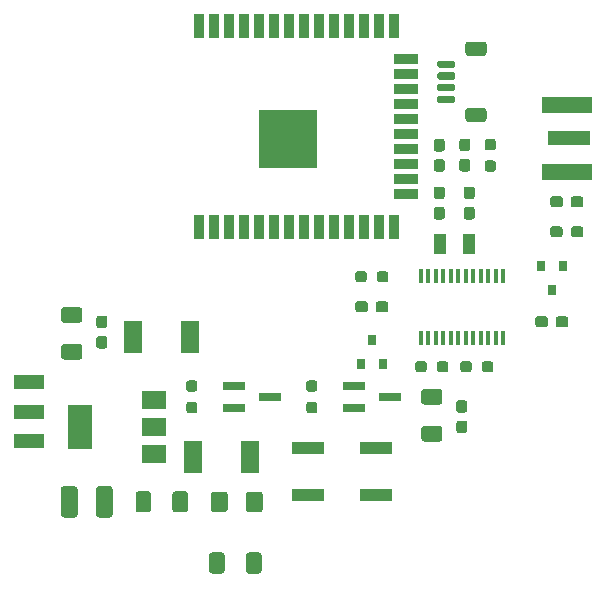
<source format=gtp>
%TF.GenerationSoftware,KiCad,Pcbnew,5.1.9+dfsg1-1*%
%TF.CreationDate,2021-06-01T22:56:34+02:00*%
%TF.ProjectId,SDR-RX,5344522d-5258-42e6-9b69-6361645f7063,rev?*%
%TF.SameCoordinates,Original*%
%TF.FileFunction,Paste,Top*%
%TF.FilePolarity,Positive*%
%FSLAX46Y46*%
G04 Gerber Fmt 4.6, Leading zero omitted, Abs format (unit mm)*
G04 Created by KiCad (PCBNEW 5.1.9+dfsg1-1) date 2021-06-01 22:56:34*
%MOMM*%
%LPD*%
G01*
G04 APERTURE LIST*
%ADD10R,2.500000X1.250000*%
%ADD11R,1.000000X1.800000*%
%ADD12R,2.000000X1.500000*%
%ADD13R,2.000000X3.800000*%
%ADD14R,0.900000X2.000000*%
%ADD15R,2.000000X0.900000*%
%ADD16R,5.000000X5.000000*%
%ADD17R,0.400000X1.200000*%
%ADD18R,2.750000X1.000000*%
%ADD19R,1.900000X0.800000*%
%ADD20R,3.600000X1.270000*%
%ADD21R,4.200000X1.350000*%
%ADD22R,1.500000X2.700000*%
%ADD23R,0.800000X0.900000*%
G04 APERTURE END LIST*
%TO.C,C4*%
G36*
G01*
X152567500Y-81755000D02*
X153042500Y-81755000D01*
G75*
G02*
X153280000Y-81992500I0J-237500D01*
G01*
X153280000Y-82592500D01*
G75*
G02*
X153042500Y-82830000I-237500J0D01*
G01*
X152567500Y-82830000D01*
G75*
G02*
X152330000Y-82592500I0J237500D01*
G01*
X152330000Y-81992500D01*
G75*
G02*
X152567500Y-81755000I237500J0D01*
G01*
G37*
G36*
G01*
X152567500Y-80030000D02*
X153042500Y-80030000D01*
G75*
G02*
X153280000Y-80267500I0J-237500D01*
G01*
X153280000Y-80867500D01*
G75*
G02*
X153042500Y-81105000I-237500J0D01*
G01*
X152567500Y-81105000D01*
G75*
G02*
X152330000Y-80867500I0J237500D01*
G01*
X152330000Y-80267500D01*
G75*
G02*
X152567500Y-80030000I237500J0D01*
G01*
G37*
%TD*%
%TO.C,GPS*%
G36*
G01*
X152719999Y-73370000D02*
X154020001Y-73370000D01*
G75*
G02*
X154270000Y-73619999I0J-249999D01*
G01*
X154270000Y-74320001D01*
G75*
G02*
X154020001Y-74570000I-249999J0D01*
G01*
X152719999Y-74570000D01*
G75*
G02*
X152470000Y-74320001I0J249999D01*
G01*
X152470000Y-73619999D01*
G75*
G02*
X152719999Y-73370000I249999J0D01*
G01*
G37*
G36*
G01*
X152719999Y-67770000D02*
X154020001Y-67770000D01*
G75*
G02*
X154270000Y-68019999I0J-249999D01*
G01*
X154270000Y-68720001D01*
G75*
G02*
X154020001Y-68970000I-249999J0D01*
G01*
X152719999Y-68970000D01*
G75*
G02*
X152470000Y-68720001I0J249999D01*
G01*
X152470000Y-68019999D01*
G75*
G02*
X152719999Y-67770000I249999J0D01*
G01*
G37*
G36*
G01*
X150220000Y-72370000D02*
X151470000Y-72370000D01*
G75*
G02*
X151620000Y-72520000I0J-150000D01*
G01*
X151620000Y-72820000D01*
G75*
G02*
X151470000Y-72970000I-150000J0D01*
G01*
X150220000Y-72970000D01*
G75*
G02*
X150070000Y-72820000I0J150000D01*
G01*
X150070000Y-72520000D01*
G75*
G02*
X150220000Y-72370000I150000J0D01*
G01*
G37*
G36*
G01*
X150220000Y-71370000D02*
X151470000Y-71370000D01*
G75*
G02*
X151620000Y-71520000I0J-150000D01*
G01*
X151620000Y-71820000D01*
G75*
G02*
X151470000Y-71970000I-150000J0D01*
G01*
X150220000Y-71970000D01*
G75*
G02*
X150070000Y-71820000I0J150000D01*
G01*
X150070000Y-71520000D01*
G75*
G02*
X150220000Y-71370000I150000J0D01*
G01*
G37*
G36*
G01*
X150220000Y-70370000D02*
X151470000Y-70370000D01*
G75*
G02*
X151620000Y-70520000I0J-150000D01*
G01*
X151620000Y-70820000D01*
G75*
G02*
X151470000Y-70970000I-150000J0D01*
G01*
X150220000Y-70970000D01*
G75*
G02*
X150070000Y-70820000I0J150000D01*
G01*
X150070000Y-70520000D01*
G75*
G02*
X150220000Y-70370000I150000J0D01*
G01*
G37*
G36*
G01*
X150220000Y-69370000D02*
X151470000Y-69370000D01*
G75*
G02*
X151620000Y-69520000I0J-150000D01*
G01*
X151620000Y-69820000D01*
G75*
G02*
X151470000Y-69970000I-150000J0D01*
G01*
X150220000Y-69970000D01*
G75*
G02*
X150070000Y-69820000I0J150000D01*
G01*
X150070000Y-69520000D01*
G75*
G02*
X150220000Y-69370000I150000J0D01*
G01*
G37*
%TD*%
D10*
%TO.C,sel. 3V3 *%
X115550000Y-101610000D03*
X115550000Y-99110000D03*
X115550000Y-96610000D03*
%TD*%
D11*
%TO.C,Y1*%
X152785000Y-84859000D03*
X150285000Y-84859000D03*
%TD*%
D12*
%TO.C,U3*%
X126110000Y-102680000D03*
X126110000Y-98080000D03*
X126110000Y-100380000D03*
D13*
X119810000Y-100380000D03*
%TD*%
D14*
%TO.C,U2*%
X129945000Y-66480000D03*
X131215000Y-66480000D03*
X132485000Y-66480000D03*
X133755000Y-66480000D03*
X135025000Y-66480000D03*
X136295000Y-66480000D03*
X137565000Y-66480000D03*
X138835000Y-66480000D03*
X140105000Y-66480000D03*
X141375000Y-66480000D03*
X142645000Y-66480000D03*
X143915000Y-66480000D03*
X145185000Y-66480000D03*
X146455000Y-66480000D03*
D15*
X147455000Y-69265000D03*
X147455000Y-70535000D03*
X147455000Y-71805000D03*
X147455000Y-73075000D03*
X147455000Y-74345000D03*
X147455000Y-75615000D03*
X147455000Y-76885000D03*
X147455000Y-78155000D03*
X147455000Y-79425000D03*
X147455000Y-80695000D03*
D14*
X146455000Y-83480000D03*
X145185000Y-83480000D03*
X143915000Y-83480000D03*
X142645000Y-83480000D03*
X141375000Y-83480000D03*
X140105000Y-83480000D03*
X138835000Y-83480000D03*
X137565000Y-83480000D03*
X136295000Y-83480000D03*
X135025000Y-83480000D03*
X133755000Y-83480000D03*
X132485000Y-83480000D03*
X131215000Y-83480000D03*
X129945000Y-83480000D03*
D16*
X137445000Y-75980000D03*
%TD*%
D17*
%TO.C,U1*%
X148677500Y-87620000D03*
X149312500Y-87620000D03*
X149947500Y-87620000D03*
X150582500Y-87620000D03*
X151217500Y-87620000D03*
X151852500Y-87620000D03*
X152487500Y-87620000D03*
X153122500Y-87620000D03*
X153757500Y-87620000D03*
X154392500Y-87620000D03*
X155027500Y-87620000D03*
X155662500Y-87620000D03*
X155662500Y-92820000D03*
X155027500Y-92820000D03*
X154392500Y-92820000D03*
X153757500Y-92820000D03*
X153122500Y-92820000D03*
X152487500Y-92820000D03*
X151852500Y-92820000D03*
X151217500Y-92820000D03*
X150582500Y-92820000D03*
X149947500Y-92820000D03*
X149312500Y-92820000D03*
X148677500Y-92820000D03*
%TD*%
D18*
%TO.C,Reset ESP*%
X144885000Y-102190000D03*
X139135000Y-102190000D03*
X139135000Y-106190000D03*
X144885000Y-106190000D03*
%TD*%
%TO.C,R6*%
G36*
G01*
X154345500Y-77818000D02*
X154820500Y-77818000D01*
G75*
G02*
X155058000Y-78055500I0J-237500D01*
G01*
X155058000Y-78555500D01*
G75*
G02*
X154820500Y-78793000I-237500J0D01*
G01*
X154345500Y-78793000D01*
G75*
G02*
X154108000Y-78555500I0J237500D01*
G01*
X154108000Y-78055500D01*
G75*
G02*
X154345500Y-77818000I237500J0D01*
G01*
G37*
G36*
G01*
X154345500Y-75993000D02*
X154820500Y-75993000D01*
G75*
G02*
X155058000Y-76230500I0J-237500D01*
G01*
X155058000Y-76730500D01*
G75*
G02*
X154820500Y-76968000I-237500J0D01*
G01*
X154345500Y-76968000D01*
G75*
G02*
X154108000Y-76730500I0J237500D01*
G01*
X154108000Y-76230500D01*
G75*
G02*
X154345500Y-75993000I237500J0D01*
G01*
G37*
%TD*%
%TO.C,R5*%
G36*
G01*
X153865000Y-95537500D02*
X153865000Y-95062500D01*
G75*
G02*
X154102500Y-94825000I237500J0D01*
G01*
X154602500Y-94825000D01*
G75*
G02*
X154840000Y-95062500I0J-237500D01*
G01*
X154840000Y-95537500D01*
G75*
G02*
X154602500Y-95775000I-237500J0D01*
G01*
X154102500Y-95775000D01*
G75*
G02*
X153865000Y-95537500I0J237500D01*
G01*
G37*
G36*
G01*
X152040000Y-95537500D02*
X152040000Y-95062500D01*
G75*
G02*
X152277500Y-94825000I237500J0D01*
G01*
X152777500Y-94825000D01*
G75*
G02*
X153015000Y-95062500I0J-237500D01*
G01*
X153015000Y-95537500D01*
G75*
G02*
X152777500Y-95775000I-237500J0D01*
G01*
X152277500Y-95775000D01*
G75*
G02*
X152040000Y-95537500I0J237500D01*
G01*
G37*
%TD*%
%TO.C,R4*%
G36*
G01*
X129547500Y-97415000D02*
X129072500Y-97415000D01*
G75*
G02*
X128835000Y-97177500I0J237500D01*
G01*
X128835000Y-96677500D01*
G75*
G02*
X129072500Y-96440000I237500J0D01*
G01*
X129547500Y-96440000D01*
G75*
G02*
X129785000Y-96677500I0J-237500D01*
G01*
X129785000Y-97177500D01*
G75*
G02*
X129547500Y-97415000I-237500J0D01*
G01*
G37*
G36*
G01*
X129547500Y-99240000D02*
X129072500Y-99240000D01*
G75*
G02*
X128835000Y-99002500I0J237500D01*
G01*
X128835000Y-98502500D01*
G75*
G02*
X129072500Y-98265000I237500J0D01*
G01*
X129547500Y-98265000D01*
G75*
G02*
X129785000Y-98502500I0J-237500D01*
G01*
X129785000Y-99002500D01*
G75*
G02*
X129547500Y-99240000I-237500J0D01*
G01*
G37*
%TD*%
%TO.C,R3*%
G36*
G01*
X139232500Y-98265000D02*
X139707500Y-98265000D01*
G75*
G02*
X139945000Y-98502500I0J-237500D01*
G01*
X139945000Y-99002500D01*
G75*
G02*
X139707500Y-99240000I-237500J0D01*
G01*
X139232500Y-99240000D01*
G75*
G02*
X138995000Y-99002500I0J237500D01*
G01*
X138995000Y-98502500D01*
G75*
G02*
X139232500Y-98265000I237500J0D01*
G01*
G37*
G36*
G01*
X139232500Y-96440000D02*
X139707500Y-96440000D01*
G75*
G02*
X139945000Y-96677500I0J-237500D01*
G01*
X139945000Y-97177500D01*
G75*
G02*
X139707500Y-97415000I-237500J0D01*
G01*
X139232500Y-97415000D01*
G75*
G02*
X138995000Y-97177500I0J237500D01*
G01*
X138995000Y-96677500D01*
G75*
G02*
X139232500Y-96440000I237500J0D01*
G01*
G37*
%TD*%
%TO.C,R2*%
G36*
G01*
X149205000Y-95062500D02*
X149205000Y-95537500D01*
G75*
G02*
X148967500Y-95775000I-237500J0D01*
G01*
X148467500Y-95775000D01*
G75*
G02*
X148230000Y-95537500I0J237500D01*
G01*
X148230000Y-95062500D01*
G75*
G02*
X148467500Y-94825000I237500J0D01*
G01*
X148967500Y-94825000D01*
G75*
G02*
X149205000Y-95062500I0J-237500D01*
G01*
G37*
G36*
G01*
X151030000Y-95062500D02*
X151030000Y-95537500D01*
G75*
G02*
X150792500Y-95775000I-237500J0D01*
G01*
X150292500Y-95775000D01*
G75*
G02*
X150055000Y-95537500I0J237500D01*
G01*
X150055000Y-95062500D01*
G75*
G02*
X150292500Y-94825000I237500J0D01*
G01*
X150792500Y-94825000D01*
G75*
G02*
X151030000Y-95062500I0J-237500D01*
G01*
G37*
%TD*%
%TO.C,R1*%
G36*
G01*
X144125000Y-87442500D02*
X144125000Y-87917500D01*
G75*
G02*
X143887500Y-88155000I-237500J0D01*
G01*
X143387500Y-88155000D01*
G75*
G02*
X143150000Y-87917500I0J237500D01*
G01*
X143150000Y-87442500D01*
G75*
G02*
X143387500Y-87205000I237500J0D01*
G01*
X143887500Y-87205000D01*
G75*
G02*
X144125000Y-87442500I0J-237500D01*
G01*
G37*
G36*
G01*
X145950000Y-87442500D02*
X145950000Y-87917500D01*
G75*
G02*
X145712500Y-88155000I-237500J0D01*
G01*
X145212500Y-88155000D01*
G75*
G02*
X144975000Y-87917500I0J237500D01*
G01*
X144975000Y-87442500D01*
G75*
G02*
X145212500Y-87205000I237500J0D01*
G01*
X145712500Y-87205000D01*
G75*
G02*
X145950000Y-87442500I0J-237500D01*
G01*
G37*
%TD*%
D19*
%TO.C,Q2*%
X135890000Y-97840000D03*
X132890000Y-98790000D03*
X132890000Y-96890000D03*
%TD*%
%TO.C,Q1*%
X146050000Y-97840000D03*
X143050000Y-98790000D03*
X143050000Y-96890000D03*
%TD*%
%TO.C,L1*%
G36*
G01*
X160710000Y-83632500D02*
X160710000Y-84107500D01*
G75*
G02*
X160472500Y-84345000I-237500J0D01*
G01*
X159897500Y-84345000D01*
G75*
G02*
X159660000Y-84107500I0J237500D01*
G01*
X159660000Y-83632500D01*
G75*
G02*
X159897500Y-83395000I237500J0D01*
G01*
X160472500Y-83395000D01*
G75*
G02*
X160710000Y-83632500I0J-237500D01*
G01*
G37*
G36*
G01*
X162460000Y-83632500D02*
X162460000Y-84107500D01*
G75*
G02*
X162222500Y-84345000I-237500J0D01*
G01*
X161647500Y-84345000D01*
G75*
G02*
X161410000Y-84107500I0J237500D01*
G01*
X161410000Y-83632500D01*
G75*
G02*
X161647500Y-83395000I237500J0D01*
G01*
X162222500Y-83395000D01*
G75*
G02*
X162460000Y-83632500I0J-237500D01*
G01*
G37*
%TD*%
D20*
%TO.C,FM Antenna*%
X161260000Y-75965000D03*
D21*
X161060000Y-73140000D03*
X161060000Y-78790000D03*
%TD*%
%TO.C,FB1*%
G36*
G01*
X119645000Y-105655000D02*
X119645000Y-107805000D01*
G75*
G02*
X119395000Y-108055000I-250000J0D01*
G01*
X118470000Y-108055000D01*
G75*
G02*
X118220000Y-107805000I0J250000D01*
G01*
X118220000Y-105655000D01*
G75*
G02*
X118470000Y-105405000I250000J0D01*
G01*
X119395000Y-105405000D01*
G75*
G02*
X119645000Y-105655000I0J-250000D01*
G01*
G37*
G36*
G01*
X122620000Y-105655000D02*
X122620000Y-107805000D01*
G75*
G02*
X122370000Y-108055000I-250000J0D01*
G01*
X121445000Y-108055000D01*
G75*
G02*
X121195000Y-107805000I0J250000D01*
G01*
X121195000Y-105655000D01*
G75*
G02*
X121445000Y-105405000I250000J0D01*
G01*
X122370000Y-105405000D01*
G75*
G02*
X122620000Y-105655000I0J-250000D01*
G01*
G37*
%TD*%
%TO.C,F1*%
G36*
G01*
X133895000Y-107355000D02*
X133895000Y-106105000D01*
G75*
G02*
X134145000Y-105855000I250000J0D01*
G01*
X135070000Y-105855000D01*
G75*
G02*
X135320000Y-106105000I0J-250000D01*
G01*
X135320000Y-107355000D01*
G75*
G02*
X135070000Y-107605000I-250000J0D01*
G01*
X134145000Y-107605000D01*
G75*
G02*
X133895000Y-107355000I0J250000D01*
G01*
G37*
G36*
G01*
X130920000Y-107355000D02*
X130920000Y-106105000D01*
G75*
G02*
X131170000Y-105855000I250000J0D01*
G01*
X132095000Y-105855000D01*
G75*
G02*
X132345000Y-106105000I0J-250000D01*
G01*
X132345000Y-107355000D01*
G75*
G02*
X132095000Y-107605000I-250000J0D01*
G01*
X131170000Y-107605000D01*
G75*
G02*
X130920000Y-107355000I0J250000D01*
G01*
G37*
%TD*%
D22*
%TO.C,D4*%
X124370000Y-92760000D03*
X129170000Y-92760000D03*
%TD*%
D23*
%TO.C,D3*%
X144550000Y-93030000D03*
X145500000Y-95030000D03*
X143600000Y-95030000D03*
%TD*%
%TO.C,D2*%
X159790000Y-88780000D03*
X158840000Y-86780000D03*
X160740000Y-86780000D03*
%TD*%
D22*
%TO.C,D1*%
X129450000Y-102920000D03*
X134250000Y-102920000D03*
%TD*%
%TO.C,C13*%
G36*
G01*
X127670000Y-107380001D02*
X127670000Y-106079999D01*
G75*
G02*
X127919999Y-105830000I249999J0D01*
G01*
X128745001Y-105830000D01*
G75*
G02*
X128995000Y-106079999I0J-249999D01*
G01*
X128995000Y-107380001D01*
G75*
G02*
X128745001Y-107630000I-249999J0D01*
G01*
X127919999Y-107630000D01*
G75*
G02*
X127670000Y-107380001I0J249999D01*
G01*
G37*
G36*
G01*
X124545000Y-107380001D02*
X124545000Y-106079999D01*
G75*
G02*
X124794999Y-105830000I249999J0D01*
G01*
X125620001Y-105830000D01*
G75*
G02*
X125870000Y-106079999I0J-249999D01*
G01*
X125870000Y-107380001D01*
G75*
G02*
X125620001Y-107630000I-249999J0D01*
G01*
X124794999Y-107630000D01*
G75*
G02*
X124545000Y-107380001I0J249999D01*
G01*
G37*
%TD*%
%TO.C,C12*%
G36*
G01*
X132093000Y-111259999D02*
X132093000Y-112560001D01*
G75*
G02*
X131843001Y-112810000I-249999J0D01*
G01*
X131017999Y-112810000D01*
G75*
G02*
X130768000Y-112560001I0J249999D01*
G01*
X130768000Y-111259999D01*
G75*
G02*
X131017999Y-111010000I249999J0D01*
G01*
X131843001Y-111010000D01*
G75*
G02*
X132093000Y-111259999I0J-249999D01*
G01*
G37*
G36*
G01*
X135218000Y-111259999D02*
X135218000Y-112560001D01*
G75*
G02*
X134968001Y-112810000I-249999J0D01*
G01*
X134142999Y-112810000D01*
G75*
G02*
X133893000Y-112560001I0J249999D01*
G01*
X133893000Y-111259999D01*
G75*
G02*
X134142999Y-111010000I249999J0D01*
G01*
X134968001Y-111010000D01*
G75*
G02*
X135218000Y-111259999I0J-249999D01*
G01*
G37*
%TD*%
%TO.C,C11*%
G36*
G01*
X144875000Y-90457500D02*
X144875000Y-89982500D01*
G75*
G02*
X145112500Y-89745000I237500J0D01*
G01*
X145712500Y-89745000D01*
G75*
G02*
X145950000Y-89982500I0J-237500D01*
G01*
X145950000Y-90457500D01*
G75*
G02*
X145712500Y-90695000I-237500J0D01*
G01*
X145112500Y-90695000D01*
G75*
G02*
X144875000Y-90457500I0J237500D01*
G01*
G37*
G36*
G01*
X143150000Y-90457500D02*
X143150000Y-89982500D01*
G75*
G02*
X143387500Y-89745000I237500J0D01*
G01*
X143987500Y-89745000D01*
G75*
G02*
X144225000Y-89982500I0J-237500D01*
G01*
X144225000Y-90457500D01*
G75*
G02*
X143987500Y-90695000I-237500J0D01*
G01*
X143387500Y-90695000D01*
G75*
G02*
X143150000Y-90457500I0J237500D01*
G01*
G37*
%TD*%
%TO.C,C10*%
G36*
G01*
X161385000Y-81567500D02*
X161385000Y-81092500D01*
G75*
G02*
X161622500Y-80855000I237500J0D01*
G01*
X162222500Y-80855000D01*
G75*
G02*
X162460000Y-81092500I0J-237500D01*
G01*
X162460000Y-81567500D01*
G75*
G02*
X162222500Y-81805000I-237500J0D01*
G01*
X161622500Y-81805000D01*
G75*
G02*
X161385000Y-81567500I0J237500D01*
G01*
G37*
G36*
G01*
X159660000Y-81567500D02*
X159660000Y-81092500D01*
G75*
G02*
X159897500Y-80855000I237500J0D01*
G01*
X160497500Y-80855000D01*
G75*
G02*
X160735000Y-81092500I0J-237500D01*
G01*
X160735000Y-81567500D01*
G75*
G02*
X160497500Y-81805000I-237500J0D01*
G01*
X159897500Y-81805000D01*
G75*
G02*
X159660000Y-81567500I0J237500D01*
G01*
G37*
%TD*%
%TO.C,C9*%
G36*
G01*
X150027500Y-77718000D02*
X150502500Y-77718000D01*
G75*
G02*
X150740000Y-77955500I0J-237500D01*
G01*
X150740000Y-78555500D01*
G75*
G02*
X150502500Y-78793000I-237500J0D01*
G01*
X150027500Y-78793000D01*
G75*
G02*
X149790000Y-78555500I0J237500D01*
G01*
X149790000Y-77955500D01*
G75*
G02*
X150027500Y-77718000I237500J0D01*
G01*
G37*
G36*
G01*
X150027500Y-75993000D02*
X150502500Y-75993000D01*
G75*
G02*
X150740000Y-76230500I0J-237500D01*
G01*
X150740000Y-76830500D01*
G75*
G02*
X150502500Y-77068000I-237500J0D01*
G01*
X150027500Y-77068000D01*
G75*
G02*
X149790000Y-76830500I0J237500D01*
G01*
X149790000Y-76230500D01*
G75*
G02*
X150027500Y-75993000I237500J0D01*
G01*
G37*
%TD*%
%TO.C,C8*%
G36*
G01*
X152186500Y-77691000D02*
X152661500Y-77691000D01*
G75*
G02*
X152899000Y-77928500I0J-237500D01*
G01*
X152899000Y-78528500D01*
G75*
G02*
X152661500Y-78766000I-237500J0D01*
G01*
X152186500Y-78766000D01*
G75*
G02*
X151949000Y-78528500I0J237500D01*
G01*
X151949000Y-77928500D01*
G75*
G02*
X152186500Y-77691000I237500J0D01*
G01*
G37*
G36*
G01*
X152186500Y-75966000D02*
X152661500Y-75966000D01*
G75*
G02*
X152899000Y-76203500I0J-237500D01*
G01*
X152899000Y-76803500D01*
G75*
G02*
X152661500Y-77041000I-237500J0D01*
G01*
X152186500Y-77041000D01*
G75*
G02*
X151949000Y-76803500I0J237500D01*
G01*
X151949000Y-76203500D01*
G75*
G02*
X152186500Y-75966000I237500J0D01*
G01*
G37*
%TD*%
%TO.C,C7*%
G36*
G01*
X150502500Y-81105000D02*
X150027500Y-81105000D01*
G75*
G02*
X149790000Y-80867500I0J237500D01*
G01*
X149790000Y-80267500D01*
G75*
G02*
X150027500Y-80030000I237500J0D01*
G01*
X150502500Y-80030000D01*
G75*
G02*
X150740000Y-80267500I0J-237500D01*
G01*
X150740000Y-80867500D01*
G75*
G02*
X150502500Y-81105000I-237500J0D01*
G01*
G37*
G36*
G01*
X150502500Y-82830000D02*
X150027500Y-82830000D01*
G75*
G02*
X149790000Y-82592500I0J237500D01*
G01*
X149790000Y-81992500D01*
G75*
G02*
X150027500Y-81755000I237500J0D01*
G01*
X150502500Y-81755000D01*
G75*
G02*
X150740000Y-81992500I0J-237500D01*
G01*
X150740000Y-82592500D01*
G75*
G02*
X150502500Y-82830000I-237500J0D01*
G01*
G37*
%TD*%
%TO.C,C6*%
G36*
G01*
X118499999Y-93367500D02*
X119800001Y-93367500D01*
G75*
G02*
X120050000Y-93617499I0J-249999D01*
G01*
X120050000Y-94442501D01*
G75*
G02*
X119800001Y-94692500I-249999J0D01*
G01*
X118499999Y-94692500D01*
G75*
G02*
X118250000Y-94442501I0J249999D01*
G01*
X118250000Y-93617499D01*
G75*
G02*
X118499999Y-93367500I249999J0D01*
G01*
G37*
G36*
G01*
X118499999Y-90242500D02*
X119800001Y-90242500D01*
G75*
G02*
X120050000Y-90492499I0J-249999D01*
G01*
X120050000Y-91317501D01*
G75*
G02*
X119800001Y-91567500I-249999J0D01*
G01*
X118499999Y-91567500D01*
G75*
G02*
X118250000Y-91317501I0J249999D01*
G01*
X118250000Y-90492499D01*
G75*
G02*
X118499999Y-90242500I249999J0D01*
G01*
G37*
%TD*%
%TO.C,C5*%
G36*
G01*
X121452500Y-92677500D02*
X121927500Y-92677500D01*
G75*
G02*
X122165000Y-92915000I0J-237500D01*
G01*
X122165000Y-93515000D01*
G75*
G02*
X121927500Y-93752500I-237500J0D01*
G01*
X121452500Y-93752500D01*
G75*
G02*
X121215000Y-93515000I0J237500D01*
G01*
X121215000Y-92915000D01*
G75*
G02*
X121452500Y-92677500I237500J0D01*
G01*
G37*
G36*
G01*
X121452500Y-90952500D02*
X121927500Y-90952500D01*
G75*
G02*
X122165000Y-91190000I0J-237500D01*
G01*
X122165000Y-91790000D01*
G75*
G02*
X121927500Y-92027500I-237500J0D01*
G01*
X121452500Y-92027500D01*
G75*
G02*
X121215000Y-91790000I0J237500D01*
G01*
X121215000Y-91190000D01*
G75*
G02*
X121452500Y-90952500I237500J0D01*
G01*
G37*
%TD*%
%TO.C,C3*%
G36*
G01*
X160115000Y-91727500D02*
X160115000Y-91252500D01*
G75*
G02*
X160352500Y-91015000I237500J0D01*
G01*
X160952500Y-91015000D01*
G75*
G02*
X161190000Y-91252500I0J-237500D01*
G01*
X161190000Y-91727500D01*
G75*
G02*
X160952500Y-91965000I-237500J0D01*
G01*
X160352500Y-91965000D01*
G75*
G02*
X160115000Y-91727500I0J237500D01*
G01*
G37*
G36*
G01*
X158390000Y-91727500D02*
X158390000Y-91252500D01*
G75*
G02*
X158627500Y-91015000I237500J0D01*
G01*
X159227500Y-91015000D01*
G75*
G02*
X159465000Y-91252500I0J-237500D01*
G01*
X159465000Y-91727500D01*
G75*
G02*
X159227500Y-91965000I-237500J0D01*
G01*
X158627500Y-91965000D01*
G75*
G02*
X158390000Y-91727500I0J237500D01*
G01*
G37*
%TD*%
%TO.C,C2*%
G36*
G01*
X152407500Y-99192500D02*
X151932500Y-99192500D01*
G75*
G02*
X151695000Y-98955000I0J237500D01*
G01*
X151695000Y-98355000D01*
G75*
G02*
X151932500Y-98117500I237500J0D01*
G01*
X152407500Y-98117500D01*
G75*
G02*
X152645000Y-98355000I0J-237500D01*
G01*
X152645000Y-98955000D01*
G75*
G02*
X152407500Y-99192500I-237500J0D01*
G01*
G37*
G36*
G01*
X152407500Y-100917500D02*
X151932500Y-100917500D01*
G75*
G02*
X151695000Y-100680000I0J237500D01*
G01*
X151695000Y-100080000D01*
G75*
G02*
X151932500Y-99842500I237500J0D01*
G01*
X152407500Y-99842500D01*
G75*
G02*
X152645000Y-100080000I0J-237500D01*
G01*
X152645000Y-100680000D01*
G75*
G02*
X152407500Y-100917500I-237500J0D01*
G01*
G37*
%TD*%
%TO.C,C1*%
G36*
G01*
X150280001Y-98502500D02*
X148979999Y-98502500D01*
G75*
G02*
X148730000Y-98252501I0J249999D01*
G01*
X148730000Y-97427499D01*
G75*
G02*
X148979999Y-97177500I249999J0D01*
G01*
X150280001Y-97177500D01*
G75*
G02*
X150530000Y-97427499I0J-249999D01*
G01*
X150530000Y-98252501D01*
G75*
G02*
X150280001Y-98502500I-249999J0D01*
G01*
G37*
G36*
G01*
X150280001Y-101627500D02*
X148979999Y-101627500D01*
G75*
G02*
X148730000Y-101377501I0J249999D01*
G01*
X148730000Y-100552499D01*
G75*
G02*
X148979999Y-100302500I249999J0D01*
G01*
X150280001Y-100302500D01*
G75*
G02*
X150530000Y-100552499I0J-249999D01*
G01*
X150530000Y-101377501D01*
G75*
G02*
X150280001Y-101627500I-249999J0D01*
G01*
G37*
%TD*%
M02*

</source>
